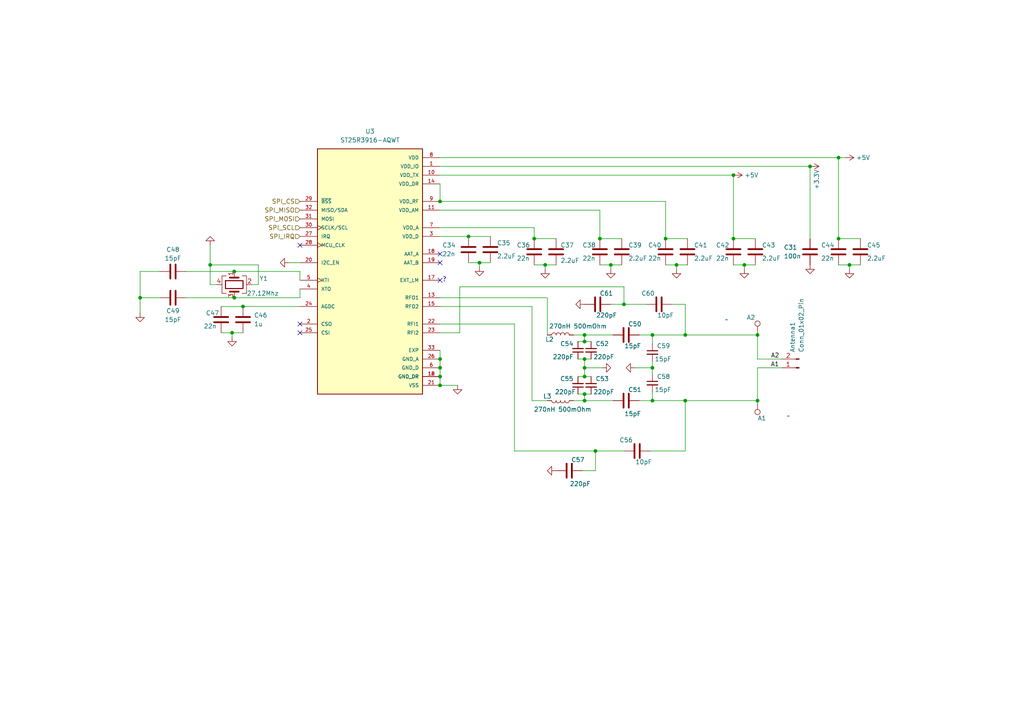
<source format=kicad_sch>
(kicad_sch (version 20230121) (generator eeschema)
  (paper "A4")
  (lib_symbols
    (symbol "Connector:Conn_01x02_Pin" (pin_names (offset 1.016) hide)
      (property "Reference" "J" (at 0 2.54 0))
      (property "Value" "Conn_01x02_Pin" (at 0 -5.08 0))
      (symbol "Conn_01x02_Pin_1_1"
        (polyline (pts (xy 1.27 -2.54) (xy 0.8636 -2.54)) (stroke (width 0.1524)))
        (polyline (pts (xy 1.27 0) (xy 0.8636 0)) (stroke (width 0.1524)))
        (rectangle (start 0.8636 -2.413) (end 0 -2.667) (stroke (width 0.1524)) (fill (type outline)))
        (rectangle (start 0.8636 0.127) (end 0 -0.127) (stroke (width 0.1524)) (fill (type outline)))
        (pin passive line (at 5.08 0 180) (length 3.81) (name "Pin_1") (number "1"))
        (pin passive line (at 5.08 -2.54 180) (length 3.81) (name "Pin_2") (number "2"))
      )
    )
    (symbol "Connector:TestPoint" (pin_numbers hide) (pin_names (offset 0.762) hide)
      (property "Reference" "TP" (at 0 6.858 0))
      (property "Value" "TestPoint" (at 0 5.08 0))
      (symbol "TestPoint_0_1"
        (circle (center 0 3.302) (radius 0.762))
      )
      (symbol "TestPoint_1_1"
        (pin passive line (at 0 0 90) (length 2.54) (name "1") (number "1"))
      )
    )
    (symbol "Device:C" (pin_numbers hide) (pin_names (offset 0.254))
      (property "Reference" "C" (at 0.635 2.54 0))
      (property "Value" "C" (at 0.635 -2.54 0))
      (symbol "C_0_1"
        (polyline (pts (xy -2.032 -0.762) (xy 2.032 -0.762)) (stroke (width 0.508)))
        (polyline (pts (xy -2.032 0.762) (xy 2.032 0.762)) (stroke (width 0.508)))
      )
      (symbol "C_1_1"
        (pin passive line (at 0 3.81 270) (length 2.794) (name "~") (number "1"))
        (pin passive line (at 0 -3.81 90) (length 2.794) (name "~") (number "2"))
      )
    )
    (symbol "Device:C_Small" (pin_numbers hide) (pin_names (offset 0.254) hide)
      (property "Reference" "C" (at 0.254 1.778 0))
      (property "Value" "C_Small" (at 0.254 -2.032 0))
      (symbol "C_Small_0_1"
        (polyline (pts (xy -1.524 -0.508) (xy 1.524 -0.508)) (stroke (width 0.3302)))
        (polyline (pts (xy -1.524 0.508) (xy 1.524 0.508)) (stroke (width 0.3048)))
      )
      (symbol "C_Small_1_1"
        (pin passive line (at 0 2.54 270) (length 2.032) (name "~") (number "1"))
        (pin passive line (at 0 -2.54 90) (length 2.032) (name "~") (number "2"))
      )
    )
    (symbol "Device:Crystal_GND24" (pin_names (offset 1.016) hide)
      (property "Reference" "Y" (at 3.175 5.08 0))
      (property "Value" "Crystal_GND24" (at 3.175 3.175 0))
      (symbol "Crystal_GND24_0_1"
        (rectangle (start -1.143 2.54) (end 1.143 -2.54) (stroke (width 0.3048)))
        (polyline (pts (xy -2.54 0) (xy -2.032 0)))
        (polyline (pts (xy -2.032 -1.27) (xy -2.032 1.27)) (stroke (width 0.508)))
        (polyline (pts (xy 0 -3.81) (xy 0 -3.556)))
        (polyline (pts (xy 0 3.556) (xy 0 3.81)))
        (polyline (pts (xy 2.032 -1.27) (xy 2.032 1.27)) (stroke (width 0.508)))
        (polyline (pts (xy 2.032 0) (xy 2.54 0)))
        (polyline (pts (xy -2.54 -2.286) (xy -2.54 -3.556) (xy 2.54 -3.556) (xy 2.54 -2.286)))
        (polyline (pts (xy -2.54 2.286) (xy -2.54 3.556) (xy 2.54 3.556) (xy 2.54 2.286)))
      )
      (symbol "Crystal_GND24_1_1"
        (pin passive line (at -3.81 0 0) (length 1.27) (name "1") (number "1"))
        (pin passive line (at 0 5.08 270) (length 1.27) (name "2") (number "2"))
        (pin passive line (at 3.81 0 180) (length 1.27) (name "3") (number "3"))
        (pin passive line (at 0 -5.08 90) (length 1.27) (name "4") (number "4"))
      )
    )
    (symbol "Device:L" (pin_numbers hide) (pin_names (offset 1.016) hide)
      (property "Reference" "L" (at -1.27 0 90))
      (property "Value" "L" (at 1.905 0 90))
      (symbol "L_0_1"
        (arc (start 0 -2.54) (mid 0.6323 -1.905) (end 0 -1.27))
        (arc (start 0 -1.27) (mid 0.6323 -0.635) (end 0 0))
        (arc (start 0 0) (mid 0.6323 0.635) (end 0 1.27))
        (arc (start 0 1.27) (mid 0.6323 1.905) (end 0 2.54))
      )
      (symbol "L_1_1"
        (pin passive line (at 0 3.81 270) (length 1.27) (name "1") (number "1"))
        (pin passive line (at 0 -3.81 90) (length 1.27) (name "2") (number "2"))
      )
    )
    (symbol "ST25R3916-AQWT:ST25R3916-AQWT" (pin_names (offset 1.016))
      (property "Reference" "U" (at -15.24 36.449 0))
      (property "Value" "ST25R3916-AQWT" (at -15.24 -38.1 0))
      (symbol "ST25R3916-AQWT_0_0"
        (rectangle (start -15.24 -35.56) (end 15.24 35.56) (stroke (width 0.254)) (fill (type background)))
        (pin power_in line (at 20.32 30.48 180) (length 5.08) (name "VDD_IO") (number "1"))
        (pin power_in line (at 20.32 27.94 180) (length 5.08) (name "VDD_TX") (number "10"))
        (pin output line (at 20.32 17.78 180) (length 5.08) (name "VDD_AM") (number "11"))
        (pin power_in line (at 20.32 -30.48 180) (length 5.08) (name "GND_DR") (number "12"))
        (pin output line (at 20.32 -7.62 180) (length 5.08) (name "RFO1") (number "13"))
        (pin power_in line (at 20.32 25.4 180) (length 5.08) (name "VDD_DR") (number "14"))
        (pin output line (at 20.32 -10.16 180) (length 5.08) (name "RFO2") (number "15"))
        (pin power_in line (at 20.32 -30.48 180) (length 5.08) (name "GND_DR") (number "16"))
        (pin output line (at 20.32 -2.54 180) (length 5.08) (name "EXT_LM") (number "17"))
        (pin output line (at 20.32 5.08 180) (length 5.08) (name "AAT_A") (number "18"))
        (pin output line (at 20.32 2.54 180) (length 5.08) (name "AAT_B") (number "19"))
        (pin output line (at -20.32 -15.24 0) (length 5.08) (name "CSO") (number "2"))
        (pin input line (at -20.32 2.54 0) (length 5.08) (name "I2C_EN") (number "20"))
        (pin power_in line (at 20.32 -33.02 180) (length 5.08) (name "VSS") (number "21"))
        (pin input line (at 20.32 -15.24 180) (length 5.08) (name "RFI1") (number "22"))
        (pin input line (at 20.32 -17.78 180) (length 5.08) (name "RFI2") (number "23"))
        (pin bidirectional line (at -20.32 -10.16 0) (length 5.08) (name "AGDC") (number "24"))
        (pin bidirectional line (at -20.32 -17.78 0) (length 5.08) (name "CSI") (number "25"))
        (pin power_in line (at 20.32 -25.4 180) (length 5.08) (name "GND_A") (number "26"))
        (pin output line (at -20.32 10.16 0) (length 5.08) (name "IRQ") (number "27"))
        (pin output clock (at -20.32 7.62 0) (length 5.08) (name "MCU_CLK") (number "28"))
        (pin input line (at -20.32 20.32 0) (length 5.08) (name "~{BSS}") (number "29"))
        (pin output line (at 20.32 10.16 180) (length 5.08) (name "VDD_D") (number "3"))
        (pin input clock (at -20.32 12.7 0) (length 5.08) (name "SCLK/SCL") (number "30"))
        (pin input line (at -20.32 15.24 0) (length 5.08) (name "MOSI") (number "31"))
        (pin bidirectional line (at -20.32 17.78 0) (length 5.08) (name "MISO/SDA") (number "32"))
        (pin power_in line (at 20.32 -22.86 180) (length 5.08) (name "EXP") (number "33"))
        (pin output line (at -20.32 -5.08 0) (length 5.08) (name "XTO") (number "4"))
        (pin input clock (at -20.32 -2.54 0) (length 5.08) (name "XTI") (number "5"))
        (pin power_in line (at 20.32 -27.94 180) (length 5.08) (name "GND_D") (number "6"))
        (pin output line (at 20.32 12.7 180) (length 5.08) (name "VDD_A") (number "7"))
        (pin power_in line (at 20.32 33.02 180) (length 5.08) (name "VDD") (number "8"))
        (pin output line (at 20.32 20.32 180) (length 5.08) (name "VDD_RF") (number "9"))
      )
    )
    (symbol "power:+3.3V" (power) (pin_names (offset 0))
      (property "Value" "+3.3V" (at 0 3.556 0))
      (symbol "+3.3V_0_1"
        (polyline (pts (xy -0.762 1.27) (xy 0 2.54)))
        (polyline (pts (xy 0 0) (xy 0 2.54)))
        (polyline (pts (xy 0 2.54) (xy 0.762 1.27)))
      )
      (symbol "+3.3V_1_1"
        (pin power_in line (at 0 0 90) (length 0) hide (name "+3.3V") (number "1"))
      )
    )
    (symbol "power:+5V" (power) (pin_names (offset 0))
      (property "Value" "+5V" (at 0 3.556 0))
      (symbol "+5V_0_1"
        (polyline (pts (xy -0.762 1.27) (xy 0 2.54)))
        (polyline (pts (xy 0 0) (xy 0 2.54)))
        (polyline (pts (xy 0 2.54) (xy 0.762 1.27)))
      )
      (symbol "+5V_1_1"
        (pin power_in line (at 0 0 90) (length 0) hide (name "+5V") (number "1"))
      )
    )
    (symbol "power:GND" (power) (pin_names (offset 0))
      (property "Value" "GND" (at 0 -3.81 0))
      (symbol "GND_0_1"
        (polyline (pts (xy 0 0) (xy 0 -1.27) (xy 1.27 -1.27) (xy 0 -2.54) (xy -1.27 -1.27) (xy 0 -1.27)))
      )
      (symbol "GND_1_1"
        (pin power_in line (at 0 0 270) (length 0) hide (name "GND") (number "1"))
      )
    )
  )
  (junction (at 198.755 116.205))
  (junction (at 127.635 109.22))
  (junction (at 169.545 97.155))
  (junction (at 70.485 88.9))
  (junction (at 67.945 78.74))
  (junction (at 169.545 99.06))
  (junction (at 172.72 130.81))
  (junction (at 196.215 76.835))
  (junction (at 127.635 58.42))
  (junction (at 212.725 50.8))
  (junction (at 40.64 86.36))
  (junction (at 180.975 88.265))
  (junction (at 189.23 106.68))
  (junction (at 212.725 69.215))
  (junction (at 193.04 69.215))
  (junction (at 127.635 104.14))
  (junction (at 135.89 68.58))
  (junction (at 198.755 97.155))
  (junction (at 173.99 69.215))
  (junction (at 234.95 48.26))
  (junction (at 67.31 96.52))
  (junction (at 243.205 45.72))
  (junction (at 127.635 106.68))
  (junction (at 189.23 116.205))
  (junction (at 139.065 76.2))
  (junction (at 243.205 69.215))
  (junction (at 60.96 76.835))
  (junction (at 177.165 76.835))
  (junction (at 189.23 97.155))
  (junction (at 169.545 109.22))
  (junction (at 158.115 76.835))
  (junction (at 169.545 116.205))
  (junction (at 246.38 76.835))
  (junction (at 67.945 86.36))
  (junction (at 154.94 69.215))
  (junction (at 219.71 116.205))
  (junction (at 219.71 97.155))
  (junction (at 127.635 111.76))
  (junction (at 215.9 76.835))
  (junction (at 169.545 104.14))
  (junction (at 169.545 106.68))
  (junction (at 169.545 114.3))
  (no_connect (at 86.995 71.12))
  (no_connect (at 86.995 93.98))
  (no_connect (at 127.635 81.28))
  (no_connect (at 86.995 96.52))
  (no_connect (at 127.635 76.2))
  (no_connect (at 127.635 73.66))
  (wire (pts (xy 167.64 104.14) (xy 169.545 104.14)))
  (wire (pts (xy 127.635 101.6) (xy 127.635 104.14)))
  (wire (pts (xy 67.31 97.79) (xy 67.31 96.52)))
  (wire (pts (xy 169.545 97.155) (xy 169.545 99.06)))
  (wire (pts (xy 158.75 86.36) (xy 158.75 97.155)))
  (wire (pts (xy 215.9 76.835) (xy 219.075 76.835)))
  (wire (pts (xy 135.89 68.58) (xy 142.24 68.58)))
  (wire (pts (xy 212.725 76.835) (xy 215.9 76.835)))
  (wire (pts (xy 193.04 69.215) (xy 199.39 69.215)))
  (wire (pts (xy 212.725 69.215) (xy 219.075 69.215)))
  (wire (pts (xy 219.71 106.68) (xy 219.71 116.205)))
  (wire (pts (xy 189.23 113.665) (xy 189.23 116.205)))
  (wire (pts (xy 127.635 48.26) (xy 234.95 48.26)))
  (wire (pts (xy 167.64 109.22) (xy 169.545 109.22)))
  (wire (pts (xy 189.23 106.68) (xy 189.23 108.585)))
  (wire (pts (xy 243.205 45.72) (xy 245.11 45.72)))
  (wire (pts (xy 46.355 78.74) (xy 40.64 78.74)))
  (wire (pts (xy 169.545 106.68) (xy 169.545 109.22)))
  (wire (pts (xy 127.635 50.8) (xy 212.725 50.8)))
  (wire (pts (xy 127.635 45.72) (xy 243.205 45.72)))
  (wire (pts (xy 198.755 116.205) (xy 219.71 116.205)))
  (wire (pts (xy 127.635 111.76) (xy 132.715 111.76)))
  (wire (pts (xy 198.755 130.81) (xy 188.595 130.81)))
  (wire (pts (xy 189.23 116.205) (xy 198.755 116.205)))
  (wire (pts (xy 167.64 114.3) (xy 169.545 114.3)))
  (wire (pts (xy 168.91 136.525) (xy 172.72 136.525)))
  (wire (pts (xy 154.94 66.04) (xy 154.94 69.215)))
  (wire (pts (xy 67.31 96.52) (xy 70.485 96.52)))
  (wire (pts (xy 226.695 106.68) (xy 219.71 106.68)))
  (wire (pts (xy 127.635 88.9) (xy 154.305 88.9)))
  (wire (pts (xy 169.545 116.205) (xy 177.8 116.205)))
  (wire (pts (xy 169.545 114.3) (xy 171.45 114.3)))
  (wire (pts (xy 67.945 86.36) (xy 86.995 86.36)))
  (wire (pts (xy 133.35 96.52) (xy 133.35 83.185)))
  (wire (pts (xy 226.695 104.14) (xy 219.71 104.14)))
  (wire (pts (xy 127.635 86.36) (xy 158.75 86.36)))
  (wire (pts (xy 172.72 130.81) (xy 180.975 130.81)))
  (wire (pts (xy 173.99 76.835) (xy 177.165 76.835)))
  (wire (pts (xy 194.945 88.265) (xy 198.755 88.265)))
  (wire (pts (xy 127.635 104.14) (xy 127.635 106.68)))
  (wire (pts (xy 198.755 116.205) (xy 198.755 130.81)))
  (wire (pts (xy 139.065 76.2) (xy 142.24 76.2)))
  (wire (pts (xy 169.545 114.3) (xy 169.545 116.205)))
  (wire (pts (xy 127.635 93.98) (xy 149.225 93.98)))
  (wire (pts (xy 189.23 104.775) (xy 189.23 106.68)))
  (wire (pts (xy 127.635 58.42) (xy 193.04 58.42)))
  (wire (pts (xy 196.215 78.105) (xy 196.215 76.835)))
  (wire (pts (xy 193.04 76.835) (xy 196.215 76.835)))
  (wire (pts (xy 135.89 76.2) (xy 139.065 76.2)))
  (wire (pts (xy 169.545 109.22) (xy 171.45 109.22)))
  (wire (pts (xy 127.635 106.68) (xy 127.635 109.22)))
  (wire (pts (xy 215.9 78.105) (xy 215.9 76.835)))
  (wire (pts (xy 198.755 88.265) (xy 198.755 97.155)))
  (wire (pts (xy 169.545 99.06) (xy 171.45 99.06)))
  (wire (pts (xy 166.37 97.155) (xy 169.545 97.155)))
  (wire (pts (xy 149.225 130.81) (xy 172.72 130.81)))
  (wire (pts (xy 158.115 78.105) (xy 158.115 76.835)))
  (wire (pts (xy 180.975 88.265) (xy 187.325 88.265)))
  (wire (pts (xy 158.115 76.835) (xy 161.29 76.835)))
  (wire (pts (xy 70.485 88.9) (xy 86.995 88.9)))
  (wire (pts (xy 67.31 96.52) (xy 64.135 96.52)))
  (wire (pts (xy 173.99 60.96) (xy 173.99 69.215)))
  (wire (pts (xy 243.205 69.215) (xy 249.555 69.215)))
  (wire (pts (xy 234.95 48.26) (xy 234.95 69.215)))
  (wire (pts (xy 184.15 106.68) (xy 189.23 106.68)))
  (wire (pts (xy 243.205 45.72) (xy 243.205 69.215)))
  (wire (pts (xy 133.35 83.185) (xy 180.975 83.185)))
  (wire (pts (xy 180.975 83.185) (xy 180.975 88.265)))
  (wire (pts (xy 127.635 66.04) (xy 154.94 66.04)))
  (wire (pts (xy 189.23 97.155) (xy 198.755 97.155)))
  (wire (pts (xy 86.995 78.74) (xy 86.995 81.28)))
  (wire (pts (xy 246.38 78.105) (xy 246.38 76.835)))
  (wire (pts (xy 127.635 96.52) (xy 133.35 96.52)))
  (wire (pts (xy 74.93 76.835) (xy 60.96 76.835)))
  (wire (pts (xy 185.42 97.155) (xy 189.23 97.155)))
  (wire (pts (xy 177.165 76.835) (xy 180.34 76.835)))
  (wire (pts (xy 185.42 116.205) (xy 189.23 116.205)))
  (wire (pts (xy 127.635 53.34) (xy 127.635 58.42)))
  (wire (pts (xy 139.065 77.47) (xy 139.065 76.2)))
  (wire (pts (xy 127.635 109.22) (xy 127.635 111.76)))
  (wire (pts (xy 177.165 88.265) (xy 180.975 88.265)))
  (wire (pts (xy 60.96 82.55) (xy 62.865 82.55)))
  (wire (pts (xy 67.945 86.36) (xy 53.975 86.36)))
  (wire (pts (xy 169.545 104.14) (xy 169.545 106.68)))
  (wire (pts (xy 166.37 116.205) (xy 169.545 116.205)))
  (wire (pts (xy 219.71 97.155) (xy 219.71 104.14)))
  (wire (pts (xy 169.545 106.68) (xy 174.625 106.68)))
  (wire (pts (xy 243.205 76.835) (xy 246.38 76.835)))
  (wire (pts (xy 40.64 86.36) (xy 46.355 86.36)))
  (wire (pts (xy 149.225 93.98) (xy 149.225 130.81)))
  (wire (pts (xy 60.96 76.835) (xy 60.96 82.55)))
  (wire (pts (xy 196.215 76.835) (xy 199.39 76.835)))
  (wire (pts (xy 246.38 76.835) (xy 249.555 76.835)))
  (wire (pts (xy 40.64 78.74) (xy 40.64 86.36)))
  (wire (pts (xy 53.975 78.74) (xy 67.945 78.74)))
  (wire (pts (xy 177.165 78.105) (xy 177.165 76.835)))
  (wire (pts (xy 173.99 69.215) (xy 180.34 69.215)))
  (wire (pts (xy 212.725 50.8) (xy 212.725 69.215)))
  (wire (pts (xy 86.995 86.36) (xy 86.995 83.82)))
  (wire (pts (xy 167.64 99.06) (xy 169.545 99.06)))
  (wire (pts (xy 189.23 97.155) (xy 189.23 99.695)))
  (wire (pts (xy 172.72 136.525) (xy 172.72 130.81)))
  (wire (pts (xy 169.545 97.155) (xy 177.8 97.155)))
  (wire (pts (xy 193.04 58.42) (xy 193.04 69.215)))
  (wire (pts (xy 74.93 82.55) (xy 74.93 76.835)))
  (wire (pts (xy 60.96 71.12) (xy 60.96 76.835)))
  (wire (pts (xy 198.755 97.155) (xy 219.71 97.155)))
  (wire (pts (xy 64.135 88.9) (xy 70.485 88.9)))
  (wire (pts (xy 127.635 68.58) (xy 135.89 68.58)))
  (wire (pts (xy 154.305 116.205) (xy 158.75 116.205)))
  (wire (pts (xy 73.025 82.55) (xy 74.93 82.55)))
  (wire (pts (xy 127.635 60.96) (xy 173.99 60.96)))
  (wire (pts (xy 169.545 104.14) (xy 171.45 104.14)))
  (wire (pts (xy 67.945 78.74) (xy 86.995 78.74)))
  (wire (pts (xy 154.305 88.9) (xy 154.305 116.205)))
  (wire (pts (xy 154.94 69.215) (xy 161.29 69.215)))
  (wire (pts (xy 40.64 86.36) (xy 40.64 90.805)))
  (wire (pts (xy 83.82 76.2) (xy 86.995 76.2)))
  (wire (pts (xy 154.94 76.835) (xy 158.115 76.835)))
  (text "?" (at 128.27 81.915 0) (effects (font (size 1.27 1.27)) (justify left bottom)))
  (label "A1" (at 223.52 106.68 0))
  (label "A2" (at 226.06 104.14 180))
  (hierarchical_label "SPI_SCL" (shape input) (at 86.995 66.04 180))
  (hierarchical_label "SPI_MISO" (shape input) (at 86.995 60.96 180))
  (hierarchical_label "SPI_CS" (shape input) (at 86.995 58.42 180))
  (hierarchical_label "SPI_IRQ" (shape input) (at 86.995 68.58 180))
  (hierarchical_label "SPI_MOSI" (shape input) (at 86.995 63.5 180))
  (symbol (lib_id "power:+5V") (at 245.11 45.72 270) (unit 1)
    (property "Reference" "#PWR087" (effects hide))
    (property "Value" "+5V" (at 248.285 45.72 90) (effects (justify left)))
  )
  (symbol (lib_id "Device:C") (at 219.075 73.025 180) (unit 1)
    (property "Reference" "C43" (at 220.98 71.12 0) (effects (justify right)))
    (property "Value" "2.2uF" (at 220.98 74.93 0) (effects (justify right)))
    (property "Footprint" "Capacitor_SMD:C_0402_1005Metric" (effects hide))
    (property "LCSC" "C710880" (effects hide))
  )
  (symbol (lib_id "Device:C") (at 142.24 72.39 180) (unit 1)
    (property "Reference" "C35" (at 144.145 70.485 0) (effects (justify right)))
    (property "Value" "2.2uF" (at 144.145 74.295 0) (effects (justify right)))
    (property "Footprint" "Capacitor_SMD:C_0402_1005Metric" (effects hide))
    (property "LCSC" "C710880" (effects hide))
  )
  (symbol (lib_id "Device:L") (at 162.56 116.205 270) (unit 1)
    (property "Reference" "L3" (at 158.75 114.935 90))
    (property "Value" "270nH 500mOhm" (at 163.195 118.745 90))
    (property "Footprint" "Inductor_SMD:L_0805_2012Metric" (effects hide))
    (property "LCSC" "C281081" (effects hide))
  )
  (symbol (lib_id "Device:C_Small") (at 171.45 111.76 0) (unit 1)
    (property "Reference" "C53" (at 172.72 109.855 0) (effects (justify left)))
    (property "Value" "220pF" (at 172.085 113.665 0) (effects (justify left)))
    (property "Footprint" "Capacitor_SMD:C_0402_1005Metric" (effects hide))
    (property "LCSC" "C1518203" (effects hide))
  )
  (symbol (lib_id "Device:C_Small") (at 167.64 111.76 180) (unit 1)
    (property "Reference" "C55" (at 166.37 109.855 0) (effects (justify left)))
    (property "Value" "220pF" (at 167.005 113.665 0) (effects (justify left)))
    (property "Footprint" "Capacitor_SMD:C_0402_1005Metric" (effects hide))
    (property "LCSC" "C1518203" (effects hide))
  )
  (symbol (lib_id "power:GND") (at 174.625 106.68 90) (unit 1)
    (property "Reference" "#PWR093" (effects hide))
    (property "Value" "GND" (effects hide))
  )
  (symbol (lib_id "Connector:TestPoint") (at 219.71 116.205 180) (unit 1)
    (property "Reference" "A1" (at 222.25 121.285 0) (effects (justify left)))
    (property "Value" "~" (at 229.235 120.65 0) (effects (justify left)))
    (property "Footprint" "TestPoint:TestPoint_Pad_D1.5mm" (effects hide))
  )
  (symbol (lib_id "Device:C") (at 191.135 88.265 90) (unit 1)
    (property "Reference" "C60" (at 187.96 85.09 90))
    (property "Value" "10pF" (at 193.04 91.44 90))
    (property "Footprint" "Capacitor_SMD:C_0402_1005Metric" (effects hide))
    (property "LCSC" "C328913" (effects hide))
  )
  (symbol (lib_id "Device:C_Small") (at 171.45 101.6 0) (unit 1)
    (property "Reference" "C52" (at 172.72 99.695 0) (effects (justify left)))
    (property "Value" "220pF" (at 172.085 103.505 0) (effects (justify left)))
    (property "Footprint" "Capacitor_SMD:C_0402_1005Metric" (effects hide))
    (property "LCSC" "C1518203" (effects hide))
  )
  (symbol (lib_id "Device:C") (at 184.785 130.81 90) (unit 1)
    (property "Reference" "C56" (at 181.61 127.635 90))
    (property "Value" "10pF" (at 186.69 133.985 90))
    (property "Footprint" "Capacitor_SMD:C_0402_1005Metric" (effects hide))
    (property "LCSC" "C328913" (effects hide))
  )
  (symbol (lib_id "power:+3.3V") (at 234.95 48.26 270) (unit 1)
    (property "Reference" "#PWR076" (effects hide))
    (property "Value" "+3.3V" (at 236.855 52.07 0))
  )
  (symbol (lib_id "power:GND") (at 83.82 76.2 270) (unit 1)
    (property "Reference" "#PWR079" (effects hide))
    (property "Value" "GND" (effects hide))
  )
  (symbol (lib_id "power:GND") (at 184.15 106.68 270) (unit 1)
    (property "Reference" "#PWR094" (effects hide))
    (property "Value" "GND" (effects hide))
  )
  (symbol (lib_id "power:GND") (at 246.38 78.105 0) (unit 1)
    (property "Reference" "#PWR086" (effects hide))
    (property "Value" "GND" (effects hide))
  )
  (symbol (lib_id "Device:C") (at 199.39 73.025 180) (unit 1)
    (property "Reference" "C41" (at 201.295 71.12 0) (effects (justify right)))
    (property "Value" "2.2uF" (at 201.295 74.93 0) (effects (justify right)))
    (property "Footprint" "Capacitor_SMD:C_0402_1005Metric" (effects hide))
    (property "LCSC" "C710880" (effects hide))
  )
  (symbol (lib_id "Device:C_Small") (at 189.23 111.125 0) (unit 1)
    (property "Reference" "C58" (at 190.5 109.22 0) (effects (justify left)))
    (property "Value" "15pF" (at 189.865 113.03 0) (effects (justify left)))
    (property "Footprint" "Capacitor_SMD:C_0402_1005Metric" (effects hide))
    (property "LCSC" "C327787" (effects hide))
  )
  (symbol (lib_id "power:GND") (at 60.96 71.12 180) (unit 1)
    (property "Reference" "#PWR090" (effects hide))
    (property "Value" "GND" (effects hide))
  )
  (symbol (lib_id "Device:C") (at 154.94 73.025 0) (unit 1)
    (property "Reference" "C36" (at 149.86 71.12 0) (effects (justify left)))
    (property "Value" "22n" (at 149.86 74.93 0) (effects (justify left)))
    (property "Footprint" "Capacitor_SMD:C_0201_0603Metric" (effects hide))
    (property "LCSC" "C575434" (effects hide))
  )
  (symbol (lib_id "power:GND") (at 177.165 78.105 0) (unit 1)
    (property "Reference" "#PWR083" (effects hide))
    (property "Value" "GND" (effects hide))
  )
  (symbol (lib_id "Device:C_Small") (at 189.23 102.235 0) (unit 1)
    (property "Reference" "C59" (at 190.5 100.33 0) (effects (justify left)))
    (property "Value" "15pF" (at 189.865 104.14 0) (effects (justify left)))
    (property "Footprint" "Capacitor_SMD:C_0402_1005Metric" (effects hide))
    (property "LCSC" "C327787" (effects hide))
  )
  (symbol (lib_id "Connector:Conn_01x02_Pin") (at 231.775 106.68 180) (unit 1)
    (property "Reference" "Antenna1" (at 229.87 102.235 90) (effects (justify right)))
    (property "Value" "Conn_01x02_Pin" (at 232.41 102.235 90) (effects (justify right)))
  )
  (symbol (lib_id "power:GND") (at 161.29 136.525 270) (unit 1)
    (property "Reference" "#PWR095" (effects hide))
    (property "Value" "GND" (effects hide))
  )
  (symbol (lib_id "Device:C") (at 243.205 73.025 0) (unit 1)
    (property "Reference" "C44" (at 238.125 71.12 0) (effects (justify left)))
    (property "Value" "22n" (at 238.125 74.93 0) (effects (justify left)))
    (property "Footprint" "Capacitor_SMD:C_0201_0603Metric" (effects hide))
    (property "LCSC" "C575434" (effects hide))
  )
  (symbol (lib_id "Device:C") (at 70.485 92.71 180) (unit 1)
    (property "Reference" "C46" (at 73.66 91.44 0) (effects (justify right)))
    (property "Value" "1u" (at 73.66 93.98 0) (effects (justify right)))
    (property "Footprint" "Capacitor_SMD:C_0402_1005Metric" (effects hide))
    (property "LCSC" "C412453" (effects hide))
  )
  (symbol (lib_id "power:GND") (at 158.115 78.105 0) (unit 1)
    (property "Reference" "#PWR082" (effects hide))
    (property "Value" "GND" (effects hide))
  )
  (symbol (lib_id "Connector:TestPoint") (at 219.71 97.155 0) (unit 1)
    (property "Reference" "A2" (at 216.535 92.075 0) (effects (justify left)))
    (property "Value" "~" (at 210.185 92.71 0) (effects (justify left)))
    (property "Footprint" "TestPoint:TestPoint_Pad_D1.5mm" (effects hide))
  )
  (symbol (lib_id "ST25R3916-AQWT:ST25R3916-AQWT") (at 107.315 78.74 0) (unit 1)
    (property "Reference" "U3" (at 107.315 38.1 0))
    (property "Value" "ST25R3916-AQWT" (at 107.315 40.64 0))
    (property "Footprint" "ST25R3916-AQWT:QFN50P500X500X100-33N" (effects hide))
    (property "LCSC" "C5267436" (effects hide))
  )
  (symbol (lib_id "Device:C") (at 180.34 73.025 180) (unit 1)
    (property "Reference" "C39" (at 182.245 71.12 0) (effects (justify right)))
    (property "Value" "2.2uF" (at 182.245 74.93 0) (effects (justify right)))
    (property "Footprint" "Capacitor_SMD:C_0402_1005Metric" (effects hide))
    (property "LCSC" "C710880" (effects hide))
  )
  (symbol (lib_id "Device:C") (at 50.165 78.74 90) (unit 1)
    (property "Reference" "C48" (at 50.165 72.39 90))
    (property "Value" "15pF" (at 50.165 74.93 90))
    (property "Footprint" "Capacitor_SMD:C_0402_1005Metric" (effects hide))
    (property "LCSC" "C327787" (effects hide))
  )
  (symbol (lib_id "Device:C") (at 249.555 73.025 180) (unit 1)
    (property "Reference" "C45" (at 251.46 71.12 0) (effects (justify right)))
    (property "Value" "2.2uF" (at 251.46 74.93 0) (effects (justify right)))
    (property "Footprint" "Capacitor_SMD:C_0402_1005Metric" (effects hide))
    (property "LCSC" "C710880" (effects hide))
  )
  (symbol (lib_id "power:GND") (at 169.545 88.265 270) (unit 1)
    (property "Reference" "#PWR096" (effects hide))
    (property "Value" "GND" (effects hide))
  )
  (symbol (lib_id "Device:C") (at 234.95 73.025 0) (unit 1)
    (property "Reference" "C31" (at 227.33 71.755 0) (effects (justify left)))
    (property "Value" "100n" (at 227.33 74.295 0) (effects (justify left)))
    (property "Footprint" "Capacitor_SMD:C_0201_0603Metric" (effects hide))
    (property "LCSC" "C7393837" (effects hide))
  )
  (symbol (lib_id "power:GND") (at 234.95 76.835 0) (unit 1)
    (property "Reference" "#PWR077" (effects hide))
    (property "Value" "GND" (effects hide))
  )
  (symbol (lib_id "Device:C") (at 50.165 86.36 90) (unit 1)
    (property "Reference" "C49" (at 50.165 90.17 90))
    (property "Value" "15pF" (at 50.165 92.71 90))
    (property "Footprint" "Capacitor_SMD:C_0402_1005Metric" (effects hide))
    (property "LCSC" "C327787" (effects hide))
  )
  (symbol (lib_id "power:GND") (at 132.715 111.76 0) (unit 1)
    (property "Reference" "#PWR078" (effects hide))
    (property "Value" "GND" (effects hide))
  )
  (symbol (lib_id "power:GND") (at 67.31 97.79 0) (unit 1)
    (property "Reference" "#PWR089" (effects hide))
    (property "Value" "GND" (effects hide))
  )
  (symbol (lib_id "power:GND") (at 215.9 78.105 0) (unit 1)
    (property "Reference" "#PWR085" (effects hide))
    (property "Value" "GND" (effects hide))
  )
  (symbol (lib_id "Device:C") (at 193.04 73.025 0) (unit 1)
    (property "Reference" "C40" (at 187.96 71.12 0) (effects (justify left)))
    (property "Value" "22n" (at 187.96 74.93 0) (effects (justify left)))
    (property "Footprint" "Capacitor_SMD:C_0201_0603Metric" (effects hide))
    (property "LCSC" "C575434" (effects hide))
  )
  (symbol (lib_id "Device:C") (at 181.61 97.155 90) (unit 1)
    (property "Reference" "C50" (at 184.15 93.98 90))
    (property "Value" "15pF" (at 183.515 100.33 90))
    (property "Footprint" "Capacitor_SMD:C_0402_1005Metric" (effects hide))
    (property "LCSC" "C327787" (effects hide))
  )
  (symbol (lib_id "power:+5V") (at 212.725 50.8 270) (unit 1)
    (property "Reference" "#PWR088" (effects hide))
    (property "Value" "+5V" (at 215.9 50.8 90) (effects (justify left)))
  )
  (symbol (lib_id "Device:C") (at 64.135 92.71 0) (unit 1)
    (property "Reference" "C47" (at 59.69 90.805 0) (effects (justify left)))
    (property "Value" "22n" (at 59.055 94.615 0) (effects (justify left)))
    (property "Footprint" "Capacitor_SMD:C_0201_0603Metric" (effects hide))
    (property "LCSC" "C575434" (effects hide))
  )
  (symbol (lib_id "Device:C") (at 173.99 73.025 0) (unit 1)
    (property "Reference" "C38" (at 168.91 71.12 0) (effects (justify left)))
    (property "Value" "22n" (at 168.91 74.93 0) (effects (justify left)))
    (property "Footprint" "Capacitor_SMD:C_0201_0603Metric" (effects hide))
    (property "LCSC" "C575434" (effects hide))
  )
  (symbol (lib_id "Device:C") (at 161.29 73.025 180) (unit 1)
    (property "Reference" "C37" (at 162.56 71.12 0) (effects (justify right)))
    (property "Value" "2.2uF" (at 162.56 75.565 0) (effects (justify right)))
    (property "Footprint" "Capacitor_SMD:C_0402_1005Metric" (effects hide))
    (property "LCSC" "C710880" (effects hide))
  )
  (symbol (lib_id "power:GND") (at 40.64 90.805 0) (unit 1)
    (property "Reference" "#PWR091" (effects hide))
    (property "Value" "GND" (effects hide))
  )
  (symbol (lib_id "Device:L") (at 162.56 97.155 90) (unit 1)
    (property "Reference" "L2" (at 159.385 98.425 90))
    (property "Value" "270nH 500mOhm" (at 167.64 94.615 90))
    (property "Footprint" "Inductor_SMD:L_0805_2012Metric" (effects hide))
    (property "LCSC" "C281081" (effects hide))
  )
  (symbol (lib_id "Device:C") (at 181.61 116.205 90) (unit 1)
    (property "Reference" "C51" (at 184.15 113.03 90))
    (property "Value" "15pF" (at 183.515 120.015 90))
    (property "Footprint" "Capacitor_SMD:C_0402_1005Metric" (effects hide))
    (property "LCSC" "C327787" (effects hide))
  )
  (symbol (lib_id "Device:C") (at 165.1 136.525 90) (unit 1)
    (property "Reference" "C57" (at 167.64 133.35 90))
    (property "Value" "220pF" (at 168.275 140.335 90))
    (property "Footprint" "Capacitor_SMD:C_0402_1005Metric" (effects hide))
    (property "LCSC" "C1518203" (effects hide))
  )
  (symbol (lib_id "Device:Crystal_GND24") (at 67.945 82.55 270) (unit 1)
    (property "Reference" "Y1" (at 76.454 80.772 90))
    (property "Value" "27.12Mhz" (at 76.2 85.09 90))
    (property "Footprint" "Crystal:Crystal_SMD_3225-4Pin_3.2x2.5mm" (effects hide))
    (property "LCSC" "C251623" (effects hide))
  )
  (symbol (lib_id "power:GND") (at 139.065 77.47 0) (unit 1)
    (property "Reference" "#PWR081" (effects hide))
    (property "Value" "GND" (effects hide))
  )
  (symbol (lib_id "Device:C_Small") (at 167.64 101.6 180) (unit 1)
    (property "Reference" "C54" (at 166.37 99.695 0) (effects (justify left)))
    (property "Value" "220pF" (at 166.37 103.505 0) (effects (justify left)))
    (property "Footprint" "Capacitor_SMD:C_0402_1005Metric" (effects hide))
    (property "LCSC" "C1518203" (effects hide))
  )
  (symbol (lib_id "power:GND") (at 196.215 78.105 0) (unit 1)
    (property "Reference" "#PWR084" (effects hide))
    (property "Value" "GND" (effects hide))
  )
  (symbol (lib_id "Device:C") (at 212.725 73.025 0) (unit 1)
    (property "Reference" "C42" (at 207.645 71.12 0) (effects (justify left)))
    (property "Value" "22n" (at 207.645 74.93 0) (effects (justify left)))
    (property "Footprint" "Capacitor_SMD:C_0201_0603Metric" (effects hide))
    (property "LCSC" "C575434" (effects hide))
  )
  (symbol (lib_id "Device:C") (at 173.355 88.265 90) (unit 1)
    (property "Reference" "C61" (at 175.895 85.09 90))
    (property "Value" "220pF" (at 175.895 91.44 90))
    (property "Footprint" "Capacitor_SMD:C_0402_1005Metric" (effects hide))
    (property "LCSC" "C1518203" (effects hide))
  )
  (symbol (lib_id "Device:C") (at 135.89 72.39 0) (unit 1)
    (property "Reference" "C34" (at 128.27 71.12 0) (effects (justify left)))
    (property "Value" "22n" (at 128.27 73.66 0) (effects (justify left)))
    (property "Footprint" "Capacitor_SMD:C_0201_0603Metric" (effects hide))
    (property "LCSC" "C575434" (effects hide))
  )
)
</source>
